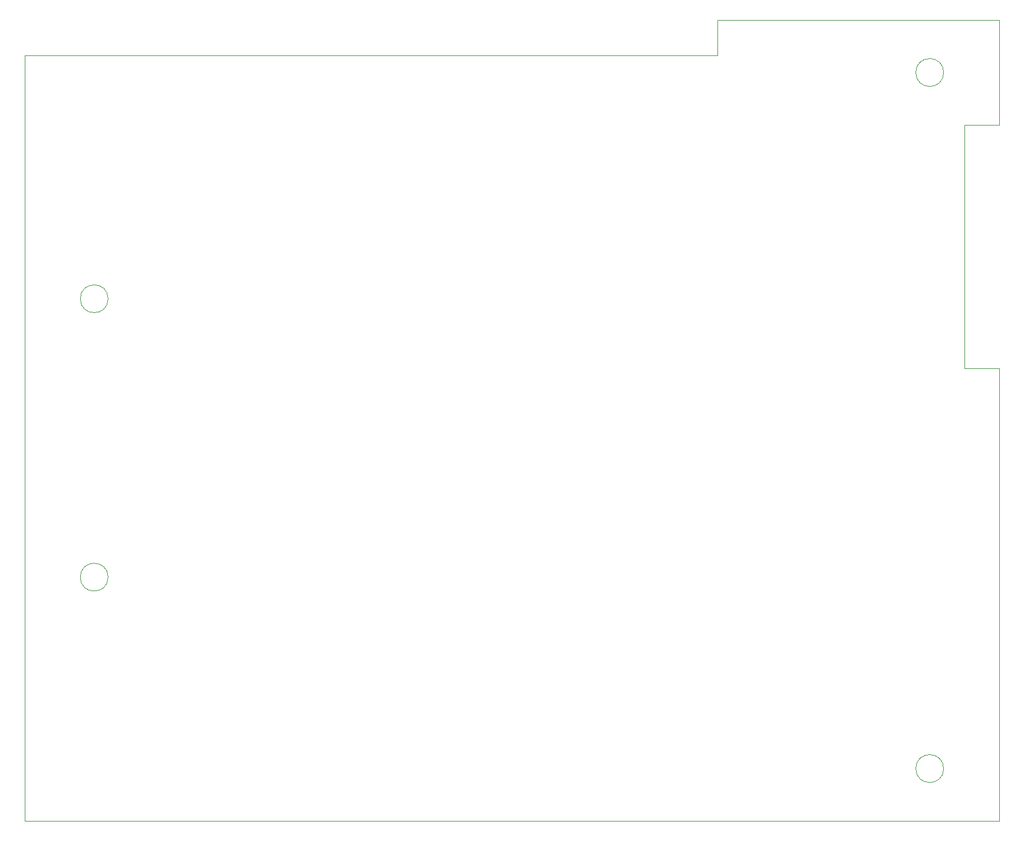
<source format=gbr>
G04 #@! TF.GenerationSoftware,KiCad,Pcbnew,8.0.7*
G04 #@! TF.CreationDate,2025-03-21T14:13:05-04:00*
G04 #@! TF.ProjectId,TRS2-Voice,54525332-2d56-46f6-9963-652e6b696361,rev?*
G04 #@! TF.SameCoordinates,Original*
G04 #@! TF.FileFunction,Profile,NP*
%FSLAX46Y46*%
G04 Gerber Fmt 4.6, Leading zero omitted, Abs format (unit mm)*
G04 Created by KiCad (PCBNEW 8.0.7) date 2025-03-21 14:13:05*
%MOMM*%
%LPD*%
G01*
G04 APERTURE LIST*
G04 #@! TA.AperFunction,Profile*
%ADD10C,0.050000*%
G04 #@! TD*
G04 APERTURE END LIST*
D10*
X176590000Y-79520000D02*
X176590000Y-144520000D01*
X168590000Y-37020000D02*
G75*
G02*
X164590000Y-37020000I-2000000J0D01*
G01*
X164590000Y-37020000D02*
G75*
G02*
X168590000Y-37020000I2000000J0D01*
G01*
X176590000Y-44520000D02*
X176590000Y-29520000D01*
X48590000Y-109520000D02*
G75*
G02*
X44590000Y-109520000I-2000000J0D01*
G01*
X44590000Y-109520000D02*
G75*
G02*
X48590000Y-109520000I2000000J0D01*
G01*
X48590000Y-69520000D02*
G75*
G02*
X44590000Y-69520000I-2000000J0D01*
G01*
X44590000Y-69520000D02*
G75*
G02*
X48590000Y-69520000I2000000J0D01*
G01*
X171590000Y-79520000D02*
X176590000Y-79520000D01*
X168590000Y-137020000D02*
G75*
G02*
X164590000Y-137020000I-2000000J0D01*
G01*
X164590000Y-137020000D02*
G75*
G02*
X168590000Y-137020000I2000000J0D01*
G01*
X176590000Y-144520000D02*
X36590000Y-144520000D01*
X171590000Y-44520000D02*
X171590000Y-79520000D01*
X176590000Y-44520000D02*
X171590000Y-44520000D01*
X36590000Y-144520000D02*
X36590000Y-34520000D01*
X136090000Y-29520000D02*
X176590000Y-29520000D01*
X136090000Y-34520000D02*
X36590000Y-34520000D01*
X136090000Y-29520000D02*
X136090000Y-34520000D01*
M02*

</source>
